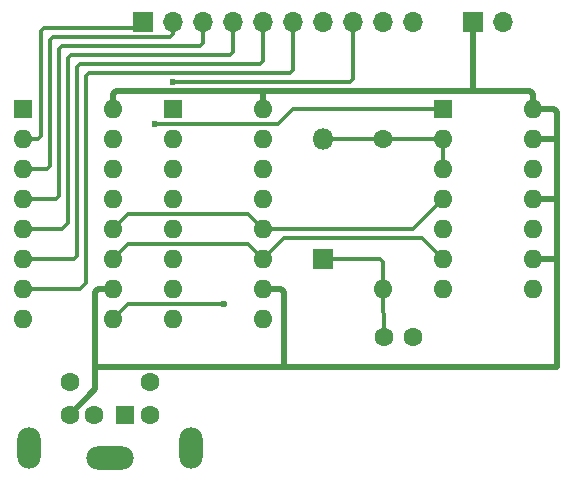
<source format=gbr>
%TF.GenerationSoftware,KiCad,Pcbnew,7.0.6*%
%TF.CreationDate,2023-07-08T15:34:54+08:00*%
%TF.ProjectId,KeyboardInterface,4b657962-6f61-4726-9449-6e7465726661,rev?*%
%TF.SameCoordinates,Original*%
%TF.FileFunction,Copper,L1,Top*%
%TF.FilePolarity,Positive*%
%FSLAX46Y46*%
G04 Gerber Fmt 4.6, Leading zero omitted, Abs format (unit mm)*
G04 Created by KiCad (PCBNEW 7.0.6) date 2023-07-08 15:34:54*
%MOMM*%
%LPD*%
G01*
G04 APERTURE LIST*
%TA.AperFunction,ComponentPad*%
%ADD10C,1.600000*%
%TD*%
%TA.AperFunction,ComponentPad*%
%ADD11R,1.700000X1.700000*%
%TD*%
%TA.AperFunction,ComponentPad*%
%ADD12O,1.700000X1.700000*%
%TD*%
%TA.AperFunction,ComponentPad*%
%ADD13R,1.600000X1.600000*%
%TD*%
%TA.AperFunction,ComponentPad*%
%ADD14O,2.000000X3.500000*%
%TD*%
%TA.AperFunction,ComponentPad*%
%ADD15O,4.000000X2.000000*%
%TD*%
%TA.AperFunction,ComponentPad*%
%ADD16R,1.800000X1.800000*%
%TD*%
%TA.AperFunction,ComponentPad*%
%ADD17O,1.800000X1.800000*%
%TD*%
%TA.AperFunction,ComponentPad*%
%ADD18O,1.600000X1.600000*%
%TD*%
%TA.AperFunction,ViaPad*%
%ADD19C,0.600000*%
%TD*%
%TA.AperFunction,Conductor*%
%ADD20C,0.300000*%
%TD*%
%TA.AperFunction,Conductor*%
%ADD21C,0.500000*%
%TD*%
G04 APERTURE END LIST*
D10*
%TO.P,C1,1*%
%TO.N,Net-(D1-K)*%
X106720000Y-82550000D03*
%TO.P,C1,2*%
%TO.N,GND*%
X109220000Y-82550000D03*
%TD*%
D11*
%TO.P,J2,1,Pin_1*%
%TO.N,/D0*%
X86360000Y-55880000D03*
D12*
%TO.P,J2,2,Pin_2*%
%TO.N,/D1*%
X88900000Y-55880000D03*
%TO.P,J2,3,Pin_3*%
%TO.N,/D2*%
X91440000Y-55880000D03*
%TO.P,J2,4,Pin_4*%
%TO.N,/D3*%
X93980000Y-55880000D03*
%TO.P,J2,5,Pin_5*%
%TO.N,/D4*%
X96520000Y-55880000D03*
%TO.P,J2,6,Pin_6*%
%TO.N,/D5*%
X99060000Y-55880000D03*
%TO.P,J2,7,Pin_7*%
%TO.N,/D6*%
X101600000Y-55880000D03*
%TO.P,J2,8,Pin_8*%
%TO.N,/D7*%
X104140000Y-55880000D03*
%TO.P,J2,9,Pin_9*%
%TO.N,IRQ*%
X106680000Y-55880000D03*
%TO.P,J2,10,Pin_10*%
%TO.N,unconnected-(J2-Pin_10-Pad10)*%
X109220000Y-55880000D03*
%TD*%
D13*
%TO.P,J1,1*%
%TO.N,DATA*%
X84836000Y-89154000D03*
D10*
%TO.P,J1,2*%
%TO.N,unconnected-(J1-Pad2)*%
X82236000Y-89154000D03*
%TO.P,J1,3*%
%TO.N,GND*%
X86936000Y-89154000D03*
%TO.P,J1,4*%
%TO.N,+5V*%
X80136000Y-89154000D03*
%TO.P,J1,5*%
%TO.N,CLOCK*%
X86936000Y-86354000D03*
%TO.P,J1,6*%
%TO.N,unconnected-(J1-Pad6)*%
X80136000Y-86354000D03*
D14*
%TO.P,J1,7*%
%TO.N,N/C*%
X76686000Y-92004000D03*
D15*
X83536000Y-92804000D03*
D14*
X90386000Y-92004000D03*
%TD*%
D16*
%TO.P,D1,1,K*%
%TO.N,Net-(D1-K)*%
X101600000Y-75946000D03*
D17*
%TO.P,D1,2,A*%
%TO.N,Net-(D1-A)*%
X101600000Y-65786000D03*
%TD*%
D11*
%TO.P,J3,1,Pin_1*%
%TO.N,+5V*%
X114300000Y-55880000D03*
D12*
%TO.P,J3,2,Pin_2*%
%TO.N,GND*%
X116840000Y-55880000D03*
%TD*%
D13*
%TO.P,U1,1*%
%TO.N,CLOCK*%
X111760000Y-63246000D03*
D18*
%TO.P,U1,2*%
%TO.N,Net-(D1-A)*%
X111760000Y-65786000D03*
%TO.P,U1,3*%
X111760000Y-68326000D03*
%TO.P,U1,4*%
%TO.N,IRQ*%
X111760000Y-70866000D03*
%TO.P,U1,5*%
%TO.N,CLOCK*%
X111760000Y-73406000D03*
%TO.P,U1,6*%
%TO.N,Net-(U2-SRCLK)*%
X111760000Y-75946000D03*
%TO.P,U1,7,GND*%
%TO.N,GND*%
X111760000Y-78486000D03*
%TO.P,U1,8*%
%TO.N,unconnected-(U1-Pad8)*%
X119380000Y-78486000D03*
%TO.P,U1,9*%
%TO.N,+5V*%
X119380000Y-75946000D03*
%TO.P,U1,10*%
%TO.N,unconnected-(U1-Pad10)*%
X119380000Y-73406000D03*
%TO.P,U1,11*%
%TO.N,+5V*%
X119380000Y-70866000D03*
%TO.P,U1,12*%
%TO.N,unconnected-(U1-Pad12)*%
X119380000Y-68326000D03*
%TO.P,U1,13*%
%TO.N,+5V*%
X119380000Y-65786000D03*
%TO.P,U1,14,VCC*%
X119380000Y-63246000D03*
%TD*%
D10*
%TO.P,R1,1*%
%TO.N,Net-(D1-A)*%
X106680000Y-65786000D03*
D18*
%TO.P,R1,2*%
%TO.N,Net-(D1-K)*%
X106680000Y-78486000D03*
%TD*%
D13*
%TO.P,U3,1,QB*%
%TO.N,/D7*%
X88900000Y-63246000D03*
D18*
%TO.P,U3,2,QC*%
%TO.N,unconnected-(U3-QC-Pad2)*%
X88900000Y-65786000D03*
%TO.P,U3,3,QD*%
%TO.N,unconnected-(U3-QD-Pad3)*%
X88900000Y-68326000D03*
%TO.P,U3,4,QE*%
%TO.N,unconnected-(U3-QE-Pad4)*%
X88900000Y-70866000D03*
%TO.P,U3,5,QF*%
%TO.N,unconnected-(U3-QF-Pad5)*%
X88900000Y-73406000D03*
%TO.P,U3,6,QG*%
%TO.N,unconnected-(U3-QG-Pad6)*%
X88900000Y-75946000D03*
%TO.P,U3,7,QH*%
%TO.N,unconnected-(U3-QH-Pad7)*%
X88900000Y-78486000D03*
%TO.P,U3,8,GND*%
%TO.N,GND*%
X88900000Y-81026000D03*
%TO.P,U3,9,QH'*%
%TO.N,unconnected-(U3-QH'-Pad9)*%
X96520000Y-81026000D03*
%TO.P,U3,10,~{SRCLR}*%
%TO.N,+5V*%
X96520000Y-78486000D03*
%TO.P,U3,11,SRCLK*%
%TO.N,Net-(U2-SRCLK)*%
X96520000Y-75946000D03*
%TO.P,U3,12,RCLK*%
%TO.N,IRQ*%
X96520000Y-73406000D03*
%TO.P,U3,13,~{OE}*%
%TO.N,GND*%
X96520000Y-70866000D03*
%TO.P,U3,14,SER*%
%TO.N,Net-(U2-QH')*%
X96520000Y-68326000D03*
%TO.P,U3,15,QA*%
%TO.N,/D6*%
X96520000Y-65786000D03*
%TO.P,U3,16,VCC*%
%TO.N,+5V*%
X96520000Y-63246000D03*
%TD*%
D13*
%TO.P,U2,1,QB*%
%TO.N,unconnected-(U2-QB-Pad1)*%
X76200000Y-63246000D03*
D18*
%TO.P,U2,2,QC*%
%TO.N,/D0*%
X76200000Y-65786000D03*
%TO.P,U2,3,QD*%
%TO.N,/D1*%
X76200000Y-68326000D03*
%TO.P,U2,4,QE*%
%TO.N,/D2*%
X76200000Y-70866000D03*
%TO.P,U2,5,QF*%
%TO.N,/D3*%
X76200000Y-73406000D03*
%TO.P,U2,6,QG*%
%TO.N,/D4*%
X76200000Y-75946000D03*
%TO.P,U2,7,QH*%
%TO.N,/D5*%
X76200000Y-78486000D03*
%TO.P,U2,8,GND*%
%TO.N,GND*%
X76200000Y-81026000D03*
%TO.P,U2,9,QH'*%
%TO.N,Net-(U2-QH')*%
X83820000Y-81026000D03*
%TO.P,U2,10,~{SRCLR}*%
%TO.N,+5V*%
X83820000Y-78486000D03*
%TO.P,U2,11,SRCLK*%
%TO.N,Net-(U2-SRCLK)*%
X83820000Y-75946000D03*
%TO.P,U2,12,RCLK*%
%TO.N,IRQ*%
X83820000Y-73406000D03*
%TO.P,U2,13,~{OE}*%
%TO.N,GND*%
X83820000Y-70866000D03*
%TO.P,U2,14,SER*%
%TO.N,DATA*%
X83820000Y-68326000D03*
%TO.P,U2,15,QA*%
%TO.N,unconnected-(U2-QA-Pad15)*%
X83820000Y-65786000D03*
%TO.P,U2,16,VCC*%
%TO.N,+5V*%
X83820000Y-63246000D03*
%TD*%
D19*
%TO.N,CLOCK*%
X87376000Y-64516000D03*
%TO.N,/D7*%
X88900000Y-60960000D03*
%TO.N,Net-(U2-QH')*%
X93218000Y-79756000D03*
%TD*%
D20*
%TO.N,Net-(D1-K)*%
X101600000Y-75946000D02*
X106426000Y-75946000D01*
X106680000Y-76200000D02*
X106680000Y-78486000D01*
X106680000Y-78486000D02*
X106720000Y-82550000D01*
X106426000Y-75946000D02*
X106680000Y-76200000D01*
%TO.N,Net-(D1-A)*%
X101600000Y-65786000D02*
X106680000Y-65786000D01*
X111760000Y-65786000D02*
X106680000Y-65786000D01*
X111760000Y-65786000D02*
X111760000Y-68326000D01*
D21*
%TO.N,+5V*%
X96520000Y-78486000D02*
X98044000Y-78486000D01*
X82296000Y-85090000D02*
X82296000Y-86994000D01*
X114300000Y-61722000D02*
X96520000Y-61722000D01*
X119380000Y-70866000D02*
X121412000Y-70866000D01*
X121412000Y-70866000D02*
X121412000Y-75946000D01*
X119380000Y-65786000D02*
X121412000Y-65786000D01*
X98298000Y-85090000D02*
X121412000Y-85090000D01*
X121412000Y-70866000D02*
X121412000Y-65786000D01*
X82296000Y-85090000D02*
X98298000Y-85090000D01*
X82550000Y-78486000D02*
X82296000Y-78740000D01*
X121412000Y-85090000D02*
X121412000Y-75946000D01*
X119380000Y-61976000D02*
X119380000Y-63246000D01*
X98298000Y-78740000D02*
X98298000Y-85090000D01*
X96520000Y-63246000D02*
X96520000Y-61722000D01*
X121412000Y-65786000D02*
X121412000Y-63500000D01*
X96520000Y-61722000D02*
X84074000Y-61722000D01*
X114300000Y-55880000D02*
X114300000Y-61722000D01*
X119126000Y-61722000D02*
X119380000Y-61976000D01*
X119380000Y-63246000D02*
X121158000Y-63246000D01*
X114300000Y-61722000D02*
X119126000Y-61722000D01*
X83820000Y-78486000D02*
X82550000Y-78486000D01*
X119380000Y-75946000D02*
X121412000Y-75946000D01*
X121158000Y-63246000D02*
X121412000Y-63500000D01*
X82296000Y-86994000D02*
X80136000Y-89154000D01*
X83820000Y-61976000D02*
X83820000Y-63246000D01*
X98044000Y-78486000D02*
X98298000Y-78740000D01*
X82296000Y-78740000D02*
X82296000Y-85090000D01*
X84074000Y-61722000D02*
X83820000Y-61976000D01*
D20*
%TO.N,CLOCK*%
X99060000Y-63246000D02*
X111760000Y-63246000D01*
X87376000Y-64516000D02*
X97790000Y-64516000D01*
X97790000Y-64516000D02*
X99060000Y-63246000D01*
%TO.N,/D0*%
X77724000Y-56642000D02*
X77724000Y-65532000D01*
X77978000Y-56388000D02*
X77724000Y-56642000D01*
X77724000Y-65532000D02*
X77470000Y-65786000D01*
X85852000Y-56388000D02*
X77978000Y-56388000D01*
X77470000Y-65786000D02*
X76200000Y-65786000D01*
%TO.N,/D1*%
X88900000Y-55880000D02*
X88900000Y-56896000D01*
X78740000Y-57150000D02*
X78486000Y-57404000D01*
X78486000Y-68072000D02*
X78232000Y-68326000D01*
X88900000Y-56896000D02*
X88646000Y-57150000D01*
X88646000Y-57150000D02*
X78740000Y-57150000D01*
X78486000Y-57404000D02*
X78486000Y-68072000D01*
X78232000Y-68326000D02*
X76200000Y-68326000D01*
%TO.N,/D2*%
X79248000Y-70612000D02*
X78994000Y-70866000D01*
X79248000Y-58166000D02*
X79248000Y-70612000D01*
X91440000Y-55880000D02*
X91440000Y-57658000D01*
X78994000Y-70866000D02*
X76200000Y-70866000D01*
X91186000Y-57912000D02*
X79502000Y-57912000D01*
X91440000Y-57658000D02*
X91186000Y-57912000D01*
X79502000Y-57912000D02*
X79248000Y-58166000D01*
%TO.N,/D3*%
X80010000Y-72898000D02*
X79502000Y-73406000D01*
X93980000Y-55880000D02*
X93980000Y-58420000D01*
X80264000Y-58674000D02*
X80010000Y-58928000D01*
X93980000Y-58420000D02*
X93726000Y-58674000D01*
X93726000Y-58674000D02*
X80264000Y-58674000D01*
X80010000Y-58928000D02*
X80010000Y-72898000D01*
X79502000Y-73406000D02*
X76200000Y-73406000D01*
%TO.N,/D4*%
X80772000Y-59690000D02*
X80772000Y-75692000D01*
X81026000Y-59436000D02*
X80772000Y-59690000D01*
X96520000Y-55880000D02*
X96520000Y-59182000D01*
X96520000Y-59182000D02*
X96266000Y-59436000D01*
X80518000Y-75946000D02*
X76200000Y-75946000D01*
X80772000Y-75692000D02*
X80518000Y-75946000D01*
X96266000Y-59436000D02*
X81026000Y-59436000D01*
%TO.N,/D5*%
X81026000Y-78486000D02*
X76200000Y-78486000D01*
X81534000Y-77978000D02*
X81026000Y-78486000D01*
X98806000Y-60198000D02*
X81788000Y-60198000D01*
X81534000Y-60452000D02*
X81534000Y-77978000D01*
X99060000Y-59944000D02*
X98806000Y-60198000D01*
X81788000Y-60198000D02*
X81534000Y-60452000D01*
X99060000Y-55880000D02*
X99060000Y-59944000D01*
%TO.N,/D7*%
X104140000Y-60706000D02*
X104140000Y-55880000D01*
X89154000Y-60960000D02*
X103886000Y-60960000D01*
X103886000Y-60960000D02*
X104140000Y-60706000D01*
%TO.N,IRQ*%
X96520000Y-73406000D02*
X109220000Y-73406000D01*
X109220000Y-73406000D02*
X111760000Y-70866000D01*
X83820000Y-73406000D02*
X85090000Y-72136000D01*
X95250000Y-72136000D02*
X96520000Y-73406000D01*
X85090000Y-72136000D02*
X95250000Y-72136000D01*
%TO.N,Net-(U2-SRCLK)*%
X98298000Y-74168000D02*
X109982000Y-74168000D01*
X95250000Y-74676000D02*
X85090000Y-74676000D01*
X96520000Y-75946000D02*
X98298000Y-74168000D01*
X85090000Y-74676000D02*
X83820000Y-75946000D01*
X96520000Y-75946000D02*
X95250000Y-74676000D01*
X109982000Y-74168000D02*
X111760000Y-75946000D01*
%TO.N,Net-(U2-QH')*%
X93218000Y-79756000D02*
X85090000Y-79756000D01*
X85090000Y-79756000D02*
X83820000Y-81026000D01*
%TD*%
M02*

</source>
